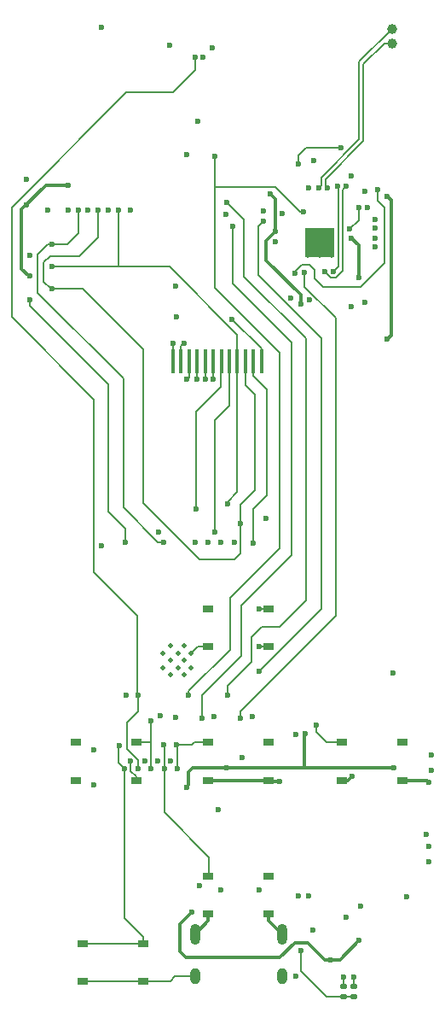
<source format=gbr>
%TF.GenerationSoftware,KiCad,Pcbnew,7.0.2-0*%
%TF.CreationDate,2023-08-13T19:48:24+08:00*%
%TF.ProjectId,Music_32_V2,4d757369-635f-4333-925f-56322e6b6963,rev?*%
%TF.SameCoordinates,Original*%
%TF.FileFunction,Copper,L4,Bot*%
%TF.FilePolarity,Positive*%
%FSLAX46Y46*%
G04 Gerber Fmt 4.6, Leading zero omitted, Abs format (unit mm)*
G04 Created by KiCad (PCBNEW 7.0.2-0) date 2023-08-13 19:48:24*
%MOMM*%
%LPD*%
G01*
G04 APERTURE LIST*
G04 Aperture macros list*
%AMRoundRect*
0 Rectangle with rounded corners*
0 $1 Rounding radius*
0 $2 $3 $4 $5 $6 $7 $8 $9 X,Y pos of 4 corners*
0 Add a 4 corners polygon primitive as box body*
4,1,4,$2,$3,$4,$5,$6,$7,$8,$9,$2,$3,0*
0 Add four circle primitives for the rounded corners*
1,1,$1+$1,$2,$3*
1,1,$1+$1,$4,$5*
1,1,$1+$1,$6,$7*
1,1,$1+$1,$8,$9*
0 Add four rect primitives between the rounded corners*
20,1,$1+$1,$2,$3,$4,$5,0*
20,1,$1+$1,$4,$5,$6,$7,0*
20,1,$1+$1,$6,$7,$8,$9,0*
20,1,$1+$1,$8,$9,$2,$3,0*%
G04 Aperture macros list end*
%TA.AperFunction,ComponentPad*%
%ADD10C,0.500000*%
%TD*%
%TA.AperFunction,ComponentPad*%
%ADD11O,1.000000X2.100000*%
%TD*%
%TA.AperFunction,ComponentPad*%
%ADD12O,1.000000X1.600000*%
%TD*%
%TA.AperFunction,SMDPad,CuDef*%
%ADD13R,2.900000X2.900000*%
%TD*%
%TA.AperFunction,SMDPad,CuDef*%
%ADD14R,1.000000X0.750000*%
%TD*%
%TA.AperFunction,SMDPad,CuDef*%
%ADD15RoundRect,0.100000X-0.100000X-1.100000X0.100000X-1.100000X0.100000X1.100000X-0.100000X1.100000X0*%
%TD*%
%TA.AperFunction,SMDPad,CuDef*%
%ADD16RoundRect,0.147500X-0.172500X0.147500X-0.172500X-0.147500X0.172500X-0.147500X0.172500X0.147500X0*%
%TD*%
%TA.AperFunction,ComponentPad*%
%ADD17C,1.000000*%
%TD*%
%TA.AperFunction,ViaPad*%
%ADD18C,0.600000*%
%TD*%
%TA.AperFunction,Conductor*%
%ADD19C,0.200000*%
%TD*%
%TA.AperFunction,Conductor*%
%ADD20C,0.300000*%
%TD*%
G04 APERTURE END LIST*
D10*
%TO.P,U2,41_1,GND*%
%TO.N,GND*%
X146660000Y-125900000D03*
X148060000Y-125900000D03*
X145950000Y-125200000D03*
X147400000Y-125200000D03*
X148750000Y-125200000D03*
X146650000Y-124500000D03*
X148060000Y-124500000D03*
X145950000Y-123800000D03*
X147400000Y-123800000D03*
X148750000Y-123800000D03*
X146650000Y-123050000D03*
X148060000Y-123050000D03*
%TD*%
D11*
%TO.P,J3,S1,SHIELD*%
%TO.N,GND*%
X149100000Y-151625000D03*
D12*
X149100000Y-155805000D03*
D11*
X157740000Y-151625000D03*
D12*
X157740000Y-155805000D03*
%TD*%
D10*
%TO.P,U3,33,PAD*%
%TO.N,GND*%
X160270000Y-81900000D03*
X160270000Y-83100000D03*
X160270000Y-84300000D03*
X161470000Y-81900000D03*
X161470000Y-83100000D03*
D13*
X161470000Y-83100000D03*
D10*
X161470000Y-84300000D03*
X162670000Y-81900000D03*
X162670000Y-83100000D03*
X162670000Y-84300000D03*
%TD*%
D14*
%TO.P,SW3,1,1*%
%TO.N,IO5*%
X143270000Y-132625000D03*
X137270000Y-132625000D03*
%TO.P,SW3,2,2*%
%TO.N,GND*%
X143270000Y-136375000D03*
X137270000Y-136375000D03*
%TD*%
%TO.P,SW5,1,1*%
%TO.N,IO6*%
X156420000Y-145875000D03*
X150420000Y-145875000D03*
%TO.P,SW5,2,2*%
%TO.N,GND*%
X156420000Y-149625000D03*
X150420000Y-149625000D03*
%TD*%
%TO.P,SW4,1,1*%
%TO.N,IO3*%
X169670000Y-132625000D03*
X163670000Y-132625000D03*
%TO.P,SW4,2,2*%
%TO.N,GND*%
X169670000Y-136375000D03*
X163670000Y-136375000D03*
%TD*%
%TO.P,SW1,1,1*%
%TO.N,IO7*%
X156420000Y-132625000D03*
X150420000Y-132625000D03*
%TO.P,SW1,2,2*%
%TO.N,GND*%
X156420000Y-136375000D03*
X150420000Y-136375000D03*
%TD*%
D15*
%TO.P,U8,1,GND*%
%TO.N,GND*%
X146920000Y-94800000D03*
%TO.P,U8,2,LEDK*%
%TO.N,Net-(Q4-D)*%
X147720000Y-94800000D03*
%TO.P,U8,3,LEDA*%
%TO.N,Net-(U8-LEDA)*%
X148520000Y-94800000D03*
%TO.P,U8,4,VCC*%
%TO.N,+3.3V*%
X149320000Y-94800000D03*
%TO.P,U8,5,GND*%
%TO.N,GND*%
X150120000Y-94800000D03*
%TO.P,U8,6,GND*%
X150920000Y-94800000D03*
%TO.P,U8,7,D/C*%
%TO.N,DISPLAY_DC*%
X151720000Y-94800000D03*
%TO.P,U8,8,CS*%
%TO.N,DISPLAY_CS*%
X152520000Y-94800000D03*
%TO.P,U8,9,SCL*%
%TO.N,CLK*%
X153320000Y-94800000D03*
%TO.P,U8,10,SDA*%
%TO.N,MOSI*%
X154120000Y-94800000D03*
%TO.P,U8,11,RESET*%
%TO.N,DISPLAY_RESET*%
X154920000Y-94800000D03*
%TO.P,U8,12,GND*%
%TO.N,GND*%
X155720000Y-94800000D03*
%TD*%
D14*
%TO.P,SW2,1,1*%
%TO.N,IO0*%
X156420000Y-119375000D03*
X150420000Y-119375000D03*
%TO.P,SW2,2,2*%
%TO.N,GND*%
X156420000Y-123125000D03*
X150420000Y-123125000D03*
%TD*%
%TO.P,SW6,1,1*%
%TO.N,/EN*%
X143986762Y-152555000D03*
X137986762Y-152555000D03*
%TO.P,SW6,2,2*%
%TO.N,GND*%
X143986762Y-156305000D03*
X137986762Y-156305000D03*
%TD*%
D16*
%TO.P,D5,1,K*%
%TO.N,Net-(D5-K)*%
X164900000Y-156835001D03*
%TO.P,D5,2,A*%
%TO.N,VBUS*%
X164900000Y-157805001D03*
%TD*%
D17*
%TO.P,MK1,1,-*%
%TO.N,/Codec/M2-*%
X168670000Y-63300000D03*
%TO.P,MK1,2,+*%
%TO.N,/Codec/M2+*%
X168670000Y-61900000D03*
%TD*%
D16*
%TO.P,D4,1,K*%
%TO.N,Net-(D4-K)*%
X163900000Y-156850000D03*
%TO.P,D4,2,A*%
%TO.N,VBUS*%
X163900000Y-157820000D03*
%TD*%
D18*
%TO.N,IO7*%
X147350000Y-135209500D03*
X147300000Y-132850000D03*
%TO.N,GND*%
X146700000Y-134450000D03*
X168800000Y-125750000D03*
X145400000Y-134450000D03*
X164650000Y-89400000D03*
X147300000Y-90450000D03*
X172100000Y-141750000D03*
X138500000Y-79850000D03*
X172300000Y-136550000D03*
X155500000Y-147200000D03*
X136500000Y-79850000D03*
X155500000Y-123150000D03*
X148300000Y-74350000D03*
X157500000Y-136450000D03*
X159155000Y-155805000D03*
X140500000Y-79850000D03*
X139080000Y-133330000D03*
X150120000Y-96630000D03*
X146600000Y-63500000D03*
X167000000Y-80800000D03*
X145700000Y-129950000D03*
X160400000Y-77650000D03*
X154800000Y-130050000D03*
X134500000Y-79850000D03*
X172300000Y-142950000D03*
X139100000Y-136850000D03*
X153800000Y-134150000D03*
X160900000Y-74950000D03*
X149400000Y-71050000D03*
X139800000Y-61700000D03*
X170100000Y-147950000D03*
X153000000Y-112750000D03*
X146900000Y-93050000D03*
X164100000Y-149950000D03*
X166000000Y-77950000D03*
X132718399Y-84304600D03*
X142699500Y-134430000D03*
X142700000Y-79850000D03*
X172600000Y-135350000D03*
X159400000Y-147850000D03*
X166250000Y-79550000D03*
X165600000Y-148850000D03*
X157800000Y-80150000D03*
X139800000Y-113150000D03*
X160476089Y-88773911D03*
X156200000Y-110450000D03*
X151700000Y-112750000D03*
X147200000Y-87350000D03*
X160800000Y-151250000D03*
X172600000Y-133850000D03*
X164700000Y-135950000D03*
X151450000Y-139300000D03*
X152200000Y-80250000D03*
X158620000Y-88550000D03*
X150920000Y-96630000D03*
X144100000Y-134450000D03*
X164594500Y-76450000D03*
X157100000Y-82950000D03*
X155900000Y-79950000D03*
X142300000Y-127950000D03*
X145500000Y-111800000D03*
X149600000Y-146850000D03*
X150800000Y-63800000D03*
X147200000Y-130150000D03*
X149919503Y-64700000D03*
X149100000Y-112750000D03*
X159100000Y-131800000D03*
X172300000Y-144450000D03*
X167000000Y-83500000D03*
X151650000Y-147200000D03*
X150400000Y-112750000D03*
X167000000Y-82600000D03*
X167000000Y-81650000D03*
X152800000Y-90650000D03*
X165950000Y-88950000D03*
X160400000Y-147850000D03*
X151000000Y-130050000D03*
X132400000Y-76800000D03*
%TO.N,HOLD*%
X149120000Y-64700000D03*
X143450000Y-135209500D03*
X143450000Y-127950000D03*
%TO.N,IO0*%
X155500000Y-119350000D03*
%TO.N,IO5*%
X144700000Y-135209500D03*
X144700000Y-130500000D03*
%TO.N,IO3*%
X161150000Y-130900000D03*
%TO.N,IO6*%
X146050000Y-135209500D03*
X146000000Y-132850000D03*
%TO.N,/EN*%
X142100000Y-135209500D03*
X141571232Y-132952640D03*
%TO.N,+3.3V*%
X149300000Y-96650000D03*
X148300000Y-137050000D03*
X168200000Y-78450000D03*
X136500000Y-77350000D03*
X168200000Y-92650000D03*
X159595000Y-89150000D03*
X156600000Y-78250000D03*
X160030000Y-131770000D03*
X132700000Y-86350000D03*
X152300000Y-135150000D03*
X168900000Y-135150000D03*
X132400000Y-79300000D03*
X157100000Y-81970000D03*
%TO.N,ADCVREF*%
X164450000Y-81700000D03*
X159400000Y-75300000D03*
X163650000Y-73650000D03*
X165350000Y-79550000D03*
%TO.N,+3.3VA*%
X165350000Y-86550000D03*
X164650000Y-82600000D03*
%TO.N,/Codec/M2+*%
X161400000Y-77650000D03*
%TO.N,/Codec/M2-*%
X162300000Y-77650000D03*
%TO.N,/Codec/M1+*%
X163300000Y-77500000D03*
X162850000Y-85950000D03*
%TO.N,/Codec/M1-*%
X162000000Y-85950000D03*
X164097147Y-77438681D03*
%TO.N,Net-(U3-HEADSET)*%
X167250000Y-77850000D03*
X159050000Y-86100000D03*
%TO.N,BATT+*%
X162600000Y-154150000D03*
X165400000Y-152250000D03*
X148800000Y-149450000D03*
%TO.N,VBUS*%
X159600000Y-153250000D03*
%TO.N,Net-(D4-K)*%
X163900000Y-155850000D03*
%TO.N,Net-(D5-K)*%
X164900000Y-155850000D03*
%TO.N,MISO*%
X134900000Y-83250000D03*
X137500000Y-79850000D03*
X145990000Y-112740000D03*
%TO.N,CLK*%
X134900000Y-85450000D03*
X141500000Y-79850000D03*
X152340000Y-108950000D03*
%TO.N,MOSI*%
X139500000Y-79850000D03*
X134900000Y-87650000D03*
X153600000Y-110950000D03*
%TO.N,SD_CS*%
X142200000Y-112750000D03*
X132680000Y-88730000D03*
%TO.N,Net-(Q4-D)*%
X148000000Y-93050000D03*
%TO.N,SDA*%
X148500000Y-127950000D03*
X159884251Y-79973740D03*
X151100000Y-74550000D03*
%TO.N,SCL*%
X152900000Y-81450000D03*
X149800000Y-130250000D03*
%TO.N,HEADSET_INT*%
X153600000Y-130250000D03*
X160000000Y-86050000D03*
%TO.N,Net-(U8-LEDA)*%
X148300000Y-96650000D03*
%TO.N,DISPLAY_RESET*%
X154880000Y-112880000D03*
%TO.N,RTC_INT*%
X152300000Y-79050000D03*
X152340000Y-127950000D03*
%TO.N,MCLK*%
X155500000Y-125550000D03*
X155900000Y-80950000D03*
%TO.N,DISPLAY_CS*%
X151070000Y-111800000D03*
%TO.N,DISPLAY_DC*%
X149200000Y-109450000D03*
%TD*%
D19*
%TO.N,IO7*%
X149025000Y-132625000D02*
X148800000Y-132850000D01*
X147350000Y-135209500D02*
X147350000Y-132900000D01*
X150420000Y-132625000D02*
X149025000Y-132625000D01*
X147350000Y-132900000D02*
X147300000Y-132850000D01*
X148800000Y-132850000D02*
X147300000Y-132850000D01*
%TO.N,GND*%
X143986762Y-156305000D02*
X146645000Y-156305000D01*
X147145000Y-155805000D02*
X149100000Y-155805000D01*
X155675000Y-123125000D02*
X155700000Y-123150000D01*
D20*
X163670000Y-136375000D02*
X164275000Y-136375000D01*
D19*
X155500000Y-122950000D02*
X155600000Y-123050000D01*
D20*
X157500000Y-136450000D02*
X156495000Y-136450000D01*
D19*
X155720000Y-94800000D02*
X155720000Y-93570000D01*
X146920000Y-93070000D02*
X146920000Y-94800000D01*
X143270000Y-136375000D02*
X143270000Y-136020000D01*
D20*
X150420000Y-149625000D02*
X150420000Y-150305000D01*
X169670000Y-136375000D02*
X172125000Y-136375000D01*
D19*
X137986762Y-156305000D02*
X143986762Y-156305000D01*
X155700000Y-123150000D02*
X155500000Y-123150000D01*
X155720000Y-93570000D02*
X152800000Y-90650000D01*
X150120000Y-94800000D02*
X150120000Y-96630000D01*
D20*
X150420000Y-150305000D02*
X149100000Y-151625000D01*
X156420000Y-150305000D02*
X157740000Y-151625000D01*
D19*
X143270000Y-136020000D02*
X142699500Y-135449500D01*
D20*
X156420000Y-136375000D02*
X150420000Y-136375000D01*
D19*
X146645000Y-156305000D02*
X147145000Y-155805000D01*
D20*
X156420000Y-149625000D02*
X156420000Y-150305000D01*
D19*
X149425000Y-123125000D02*
X148750000Y-123800000D01*
X155500000Y-123150000D02*
X155500000Y-122950000D01*
X146900000Y-93050000D02*
X146920000Y-93070000D01*
D20*
X172125000Y-136375000D02*
X172300000Y-136550000D01*
D19*
X156420000Y-123125000D02*
X155675000Y-123125000D01*
X150420000Y-123125000D02*
X149425000Y-123125000D01*
D20*
X164275000Y-136375000D02*
X164700000Y-135950000D01*
D19*
X142699500Y-135449500D02*
X142699500Y-134430000D01*
X150920000Y-94800000D02*
X150920000Y-96630000D01*
%TO.N,HOLD*%
X143450000Y-129548529D02*
X142350000Y-130648529D01*
X142300000Y-68150000D02*
X130900000Y-79550000D01*
X149120000Y-64700000D02*
X149120000Y-65950000D01*
X143450000Y-134331971D02*
X143450000Y-135209500D01*
X143400000Y-127900000D02*
X143450000Y-127950000D01*
X143450000Y-127950000D02*
X143450000Y-129548529D01*
X143400000Y-120050000D02*
X143400000Y-127900000D01*
X130900000Y-79550000D02*
X130900000Y-90450000D01*
X139100000Y-98650000D02*
X139100000Y-115750000D01*
X142350000Y-130648529D02*
X142350000Y-133231971D01*
X130900000Y-90450000D02*
X139100000Y-98650000D01*
X139100000Y-115750000D02*
X143400000Y-120050000D01*
X142350000Y-133231971D02*
X143450000Y-134331971D01*
X146920000Y-68150000D02*
X142300000Y-68150000D01*
X149120000Y-65950000D02*
X146920000Y-68150000D01*
%TO.N,IO0*%
X156420000Y-119375000D02*
X155525000Y-119375000D01*
X155525000Y-119375000D02*
X155500000Y-119350000D01*
%TO.N,IO5*%
X144675000Y-132625000D02*
X144700000Y-132650000D01*
X144700000Y-130500000D02*
X144700000Y-132650000D01*
X143270000Y-132625000D02*
X144675000Y-132625000D01*
X144700000Y-132650000D02*
X144700000Y-135209500D01*
%TO.N,IO3*%
X162175000Y-132625000D02*
X161150000Y-131600000D01*
X161150000Y-131600000D02*
X161150000Y-130900000D01*
X163670000Y-132625000D02*
X162175000Y-132625000D01*
%TO.N,IO6*%
X146050000Y-135209500D02*
X146050000Y-132900000D01*
X146050000Y-139550000D02*
X150500000Y-144000000D01*
X146050000Y-135209500D02*
X146050000Y-139550000D01*
X150500000Y-144000000D02*
X150500000Y-145795000D01*
X146050000Y-132900000D02*
X146000000Y-132850000D01*
%TO.N,/EN*%
X142100000Y-150050000D02*
X143986762Y-151936762D01*
X141571232Y-132952640D02*
X141550000Y-132973872D01*
X141550000Y-134659500D02*
X142100000Y-135209500D01*
X143986762Y-151936762D02*
X143986762Y-152555000D01*
X141550000Y-132973872D02*
X141550000Y-134659500D01*
X143986762Y-152555000D02*
X137986762Y-152555000D01*
X142100000Y-135209500D02*
X142100000Y-150050000D01*
D20*
%TO.N,+3.3V*%
X132600000Y-86350000D02*
X132700000Y-86350000D01*
X156200000Y-82870000D02*
X157100000Y-81970000D01*
X157100000Y-78750000D02*
X157100000Y-81970000D01*
X132600000Y-86350000D02*
X131900000Y-85650000D01*
X168600000Y-78850000D02*
X168200000Y-78450000D01*
X131900000Y-85650000D02*
X131900000Y-79800000D01*
X168600000Y-92250000D02*
X168600000Y-78850000D01*
X148500000Y-135550000D02*
X148500000Y-136850000D01*
X148500000Y-136850000D02*
X148300000Y-137050000D01*
X168200000Y-92650000D02*
X168600000Y-92250000D01*
X134350000Y-77350000D02*
X136500000Y-77350000D01*
D19*
X149320000Y-96630000D02*
X149300000Y-96650000D01*
D20*
X159595000Y-88245000D02*
X156200000Y-84850000D01*
D19*
X149320000Y-94800000D02*
X149320000Y-96630000D01*
D20*
X159595000Y-89150000D02*
X159595000Y-88245000D01*
X132700000Y-86350000D02*
X132700000Y-86450000D01*
X160000000Y-135150000D02*
X160000000Y-131800000D01*
X160000000Y-135150000D02*
X168900000Y-135150000D01*
X148900000Y-135150000D02*
X148500000Y-135550000D01*
X131900000Y-79800000D02*
X134350000Y-77350000D01*
X156200000Y-84850000D02*
X156200000Y-82870000D01*
X160000000Y-131800000D02*
X160030000Y-131770000D01*
X132700000Y-86450000D02*
X132600000Y-86350000D01*
X156600000Y-78250000D02*
X157100000Y-78750000D01*
X152300000Y-135150000D02*
X160000000Y-135150000D01*
X152300000Y-135150000D02*
X148900000Y-135150000D01*
D19*
%TO.N,ADCVREF*%
X164500000Y-81700000D02*
X165350000Y-80850000D01*
X160150000Y-73650000D02*
X159400000Y-74400000D01*
X159400000Y-74400000D02*
X159400000Y-75300000D01*
X163650000Y-73650000D02*
X160150000Y-73650000D01*
X164450000Y-81700000D02*
X164500000Y-81700000D01*
X165350000Y-80850000D02*
X165350000Y-79550000D01*
D20*
%TO.N,+3.3VA*%
X165350000Y-83300000D02*
X164650000Y-82600000D01*
X165350000Y-86550000D02*
X165350000Y-83300000D01*
D19*
%TO.N,/Codec/M2+*%
X161624999Y-76659315D02*
X165425000Y-72859314D01*
X165425000Y-65145000D02*
X168670000Y-61900000D01*
X165425000Y-72859314D02*
X165425000Y-65145000D01*
X161400000Y-77650000D02*
X161624999Y-77425001D01*
X161624999Y-77425001D02*
X161624999Y-76659315D01*
%TO.N,/Codec/M2-*%
X162075001Y-76774999D02*
X165825000Y-73025000D01*
X162075001Y-77425001D02*
X162075001Y-76774999D01*
X167906397Y-63300000D02*
X168670000Y-63300000D01*
X165825000Y-73025000D02*
X165825000Y-65381397D01*
X162300000Y-77650000D02*
X162075001Y-77425001D01*
X165825000Y-65381397D02*
X167906397Y-63300000D01*
%TO.N,/Codec/M1+*%
X162850000Y-85950000D02*
X163400000Y-85400000D01*
X163400000Y-85400000D02*
X163400000Y-77600000D01*
X163300000Y-77500000D02*
X163350000Y-77600000D01*
X163400000Y-77600000D02*
X163300000Y-77500000D01*
%TO.N,/Codec/M1-*%
X163100000Y-86550000D02*
X162600000Y-86550000D01*
X163800000Y-77848529D02*
X163800000Y-85850000D01*
X164097147Y-77438681D02*
X164097147Y-77551382D01*
X163800000Y-85850000D02*
X163100000Y-86550000D01*
X162600000Y-86550000D02*
X162000000Y-85950000D01*
X164097147Y-77551382D02*
X163800000Y-77848529D01*
%TO.N,Net-(U3-HEADSET)*%
X159750000Y-85250000D02*
X160450000Y-85250000D01*
X167950000Y-85100000D02*
X167950000Y-79600000D01*
X160950000Y-86600000D02*
X161800000Y-87450000D01*
X167950000Y-79600000D02*
X167250000Y-78900000D01*
X161800000Y-87450000D02*
X165600000Y-87450000D01*
X159050000Y-86100000D02*
X159050000Y-85950000D01*
X165600000Y-87450000D02*
X167950000Y-85100000D01*
X160950000Y-85750000D02*
X160950000Y-86600000D01*
X167250000Y-78900000D02*
X167250000Y-77850000D01*
X159050000Y-85950000D02*
X159750000Y-85250000D01*
X160450000Y-85250000D02*
X160950000Y-85750000D01*
D20*
%TO.N,BATT+*%
X160300000Y-152450000D02*
X159000000Y-152450000D01*
X147600000Y-150650000D02*
X148800000Y-149450000D01*
X162000000Y-154150000D02*
X160300000Y-152450000D01*
X157500000Y-153950000D02*
X148200000Y-153950000D01*
X163500000Y-154150000D02*
X162600000Y-154150000D01*
X162600000Y-154150000D02*
X162000000Y-154150000D01*
X159000000Y-152450000D02*
X157500000Y-153950000D01*
X165400000Y-152250000D02*
X163500000Y-154150000D01*
X148200000Y-153950000D02*
X147600000Y-153350000D01*
X147600000Y-153350000D02*
X147600000Y-150650000D01*
D19*
%TO.N,VBUS*%
X159600000Y-155250000D02*
X159600000Y-153350000D01*
X164900000Y-157805001D02*
X163914999Y-157805001D01*
X163900000Y-157820000D02*
X162170000Y-157820000D01*
X159600000Y-155250000D02*
X162170000Y-157820000D01*
%TO.N,Net-(D4-K)*%
X163900000Y-155850000D02*
X163900000Y-156850000D01*
%TO.N,Net-(D5-K)*%
X164900000Y-155850000D02*
X164900000Y-156835001D01*
%TO.N,MISO*%
X142000000Y-109350000D02*
X142000000Y-96550000D01*
X142000000Y-96550000D02*
X133500000Y-88050000D01*
X145390000Y-112740000D02*
X142000000Y-109350000D01*
X145990000Y-112740000D02*
X145390000Y-112740000D01*
X134500000Y-83250000D02*
X134900000Y-83250000D01*
X137500000Y-79850000D02*
X137500000Y-82150000D01*
X133500000Y-88050000D02*
X133500000Y-84250000D01*
X137500000Y-82150000D02*
X136400000Y-83250000D01*
X133500000Y-84250000D02*
X134500000Y-83250000D01*
X136400000Y-83250000D02*
X134900000Y-83250000D01*
%TO.N,CLK*%
X141500000Y-85450000D02*
X141500000Y-79850000D01*
X153320000Y-107780000D02*
X153320000Y-94800000D01*
X141500000Y-85450000D02*
X146600000Y-85450000D01*
X146600000Y-85450000D02*
X153320000Y-92170000D01*
X134900000Y-85450000D02*
X141500000Y-85450000D01*
X153320000Y-92170000D02*
X153320000Y-94800000D01*
X152340000Y-108760000D02*
X153320000Y-107780000D01*
X152340000Y-108950000D02*
X152340000Y-108760000D01*
%TO.N,MOSI*%
X144000000Y-93650000D02*
X138000000Y-87650000D01*
X153600000Y-109050000D02*
X155050000Y-107600000D01*
X138000000Y-87650000D02*
X134900000Y-87650000D01*
X134100000Y-85050000D02*
X134100000Y-86950000D01*
X134700000Y-84450000D02*
X134100000Y-85050000D01*
X149600000Y-114450000D02*
X144000000Y-108850000D01*
X153600000Y-110950000D02*
X153600000Y-113850000D01*
X153000000Y-114450000D02*
X149600000Y-114450000D01*
X154120000Y-97170000D02*
X154120000Y-94800000D01*
X153600000Y-113850000D02*
X153000000Y-114450000D01*
X134800000Y-87650000D02*
X134900000Y-87650000D01*
X134100000Y-86950000D02*
X134800000Y-87650000D01*
X139500000Y-79850000D02*
X139500000Y-82550000D01*
X155050000Y-107600000D02*
X155050000Y-98100000D01*
X137600000Y-84450000D02*
X134700000Y-84450000D01*
X144000000Y-108850000D02*
X144000000Y-93650000D01*
X139500000Y-82550000D02*
X137600000Y-84450000D01*
X153600000Y-110950000D02*
X153600000Y-109050000D01*
X155050000Y-98100000D02*
X154120000Y-97170000D01*
%TO.N,SD_CS*%
X142200000Y-111450000D02*
X142200000Y-112750000D01*
X140500000Y-109750000D02*
X142200000Y-111450000D01*
X140500000Y-97150000D02*
X140500000Y-109750000D01*
X132680000Y-88730000D02*
X132680000Y-89330000D01*
X132680000Y-89330000D02*
X140500000Y-97150000D01*
%TO.N,Net-(Q4-D)*%
X147720000Y-93330000D02*
X147720000Y-94800000D01*
X148000000Y-93050000D02*
X147720000Y-93330000D01*
%TO.N,SDA*%
X148500000Y-127550000D02*
X152600000Y-123450000D01*
X152600000Y-123450000D02*
X152600000Y-118250000D01*
X157100000Y-77550000D02*
X151100000Y-77550000D01*
X148500000Y-127950000D02*
X148500000Y-127550000D01*
X157500000Y-113350000D02*
X157500000Y-93950000D01*
X157500000Y-93950000D02*
X151100000Y-87550000D01*
X159884251Y-79973740D02*
X159523740Y-79973740D01*
X151100000Y-74550000D02*
X151100000Y-78850000D01*
X159523740Y-79973740D02*
X157100000Y-77550000D01*
X151100000Y-77550000D02*
X151100000Y-78850000D01*
X151100000Y-87550000D02*
X151100000Y-78850000D01*
X152600000Y-118250000D02*
X157500000Y-113350000D01*
%TO.N,SCL*%
X152900000Y-81450000D02*
X152900000Y-87150000D01*
X158700000Y-92950000D02*
X158700000Y-114050000D01*
X149800000Y-127950000D02*
X149800000Y-130250000D01*
X152900000Y-87150000D02*
X158700000Y-92950000D01*
X153700000Y-119050000D02*
X153700000Y-124050000D01*
X158700000Y-114050000D02*
X153700000Y-119050000D01*
X153700000Y-124050000D02*
X149800000Y-127950000D01*
%TO.N,HEADSET_INT*%
X163100000Y-120050000D02*
X153600000Y-129550000D01*
X163100000Y-90550000D02*
X163100000Y-120050000D01*
X160000000Y-86050000D02*
X160000000Y-87450000D01*
X160000000Y-87450000D02*
X163100000Y-90550000D01*
X153600000Y-129550000D02*
X153600000Y-130250000D01*
%TO.N,Net-(U8-LEDA)*%
X148520000Y-94800000D02*
X148520000Y-96430000D01*
X148520000Y-96430000D02*
X148300000Y-96650000D01*
%TO.N,DISPLAY_RESET*%
X156250000Y-108150000D02*
X156250000Y-97600000D01*
X154880000Y-109520000D02*
X156250000Y-108150000D01*
X156250000Y-97600000D02*
X154920000Y-96270000D01*
X154920000Y-96270000D02*
X154920000Y-94800000D01*
X154880000Y-112880000D02*
X154880000Y-109520000D01*
%TO.N,RTC_INT*%
X160100000Y-92550000D02*
X154000000Y-86450000D01*
X155700000Y-121150000D02*
X157500000Y-121150000D01*
X154000000Y-86450000D02*
X154000000Y-80750000D01*
X157500000Y-121150000D02*
X160100000Y-118550000D01*
X160100000Y-118550000D02*
X160100000Y-92550000D01*
X154700000Y-124650000D02*
X154700000Y-122150000D01*
X152340000Y-127010000D02*
X154700000Y-124650000D01*
X154000000Y-80750000D02*
X152300000Y-79050000D01*
X154700000Y-122150000D02*
X155700000Y-121150000D01*
X152340000Y-127950000D02*
X152340000Y-127010000D01*
%TO.N,MCLK*%
X155500000Y-125550000D02*
X161700000Y-119350000D01*
X161700000Y-92550000D02*
X155400000Y-86250000D01*
X155400000Y-81450000D02*
X155900000Y-80950000D01*
X155400000Y-86250000D02*
X155400000Y-81450000D01*
X161700000Y-119350000D02*
X161700000Y-92550000D01*
%TO.N,DISPLAY_CS*%
X152520000Y-99230000D02*
X151070000Y-100680000D01*
X152520000Y-99230000D02*
X152520000Y-94800000D01*
X151070000Y-100680000D02*
X151070000Y-111800000D01*
%TO.N,DISPLAY_DC*%
X151700000Y-97350000D02*
X151700000Y-94820000D01*
X149200000Y-109450000D02*
X149200000Y-99850000D01*
X149200000Y-99850000D02*
X151700000Y-97350000D01*
%TD*%
M02*

</source>
